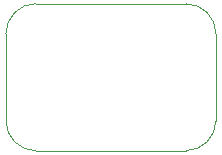
<source format=gbr>
G04 (created by PCBNEW (2013-june-11)-stable) date Sun 31 Aug 2014 07:05:34 PM PDT*
%MOIN*%
G04 Gerber Fmt 3.4, Leading zero omitted, Abs format*
%FSLAX34Y34*%
G01*
G70*
G90*
G04 APERTURE LIST*
%ADD10C,0.00590551*%
%ADD11C,0.00393701*%
G04 APERTURE END LIST*
G54D10*
G54D11*
X57400Y-68800D02*
X57400Y-71700D01*
X63400Y-67800D02*
X58400Y-67800D01*
X64400Y-71700D02*
X64400Y-68800D01*
X58400Y-72700D02*
X63400Y-72700D01*
X64400Y-68800D02*
G75*
G03X63400Y-67800I-1000J0D01*
G74*
G01*
X63400Y-72700D02*
G75*
G03X64400Y-71700I0J1000D01*
G74*
G01*
X57400Y-71700D02*
G75*
G03X58400Y-72700I1000J0D01*
G74*
G01*
X58400Y-67800D02*
G75*
G03X57400Y-68800I0J-1000D01*
G74*
G01*
M02*

</source>
